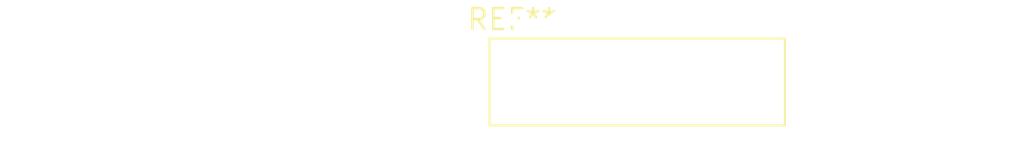
<source format=kicad_pcb>
(kicad_pcb (version 20240108) (generator pcbnew)
  (layers (0 "F.Cu" signal) (31 "B.Cu" signal) (34 "B.Paste" user) (35 "F.Paste" user) (36 "B.SilkS" user "B.Silkscreen") (37 "F.SilkS" user "F.Silkscreen") (38 "B.Mask" user) (39 "F.Mask" user) (44 "Edge.Cuts" user))
  (net 0 "")
  (footprint "Samtec_HLE-107-02-xx-DV-PE-LC_2x07_P2.54mm_Horizontal" (layer "F.Cu") (at 0 0)
    (property "Reference" "REF**")
    (property "Value" "Samtec_HLE-107-02-xx-DV-PE-LC_2x07_P2.54mm_Horizontal")
    (fp_line (start -1.38 1.16) (end 16.62 1.16) (layer "F.SilkS") (stroke (width 0.12)))
    (fp_line (start -1.38 6.46) (end -1.38 1.16) (layer "F.SilkS") (stroke (width 0.12)))
    (fp_line (start 16.62 1.16) (end 16.62 6.46) (layer "F.SilkS") (stroke (width 0.12)))
    (fp_line (start 16.62 6.46) (end -1.38 6.46) (layer "F.SilkS") (stroke (width 0.12)))
    (pad "" np_thru_hole circle (at 0 2.54) (size 1.4 1.4) (drill 1.4) (layers *.Cu *.Mask))
    (pad "" np_thru_hole circle (at 0 5.08) (size 1.4 1.4) (drill 1.4) (layers *.Cu *.Mask))
    (pad "" np_thru_hole circle (at 1.27 3.81) (size 1.19 1.19) (drill 1.19) (layers *.Cu *.Mask))
    (pad "" np_thru_hole circle (at 2.54 2.54) (size 1.4 1.4) (drill 1.4) (layers *.Cu *.Mask))
    (pad "" np_thru_hole circle (at 2.54 5.08) (size 1.4 1.4) (drill 1.4) (layers *.Cu *.Mask))
    (pad "" np_thru_hole circle (at 5.08 2.54) (size 1.4 1.4) (drill 1.4) (layers *.Cu *.Mask))
    (pad "" np_thru_hole circle (at 5.08 5.08) (size 1.4 1.4) (drill 1.4) (layers *.Cu *.Mask))
    (pad "" np_thru_hole circle (at 7.62 2.54) (size 1.4 1.4) (drill 1.4) (layers *.Cu *.Mask))
    (pad "" np_thru_hole circle (at 7.62 5.08) (size 1.4 1.4) (drill 1.4) (layers *.Cu *.Mask))
    (pad "" np_thru_hole circle (at 10.16 2.54) (size 1.4 1.4) (drill 1.4) (layers *.Cu *.Mask))
    (pad "" np_thru_hole circle (at 10.16 5.08) (size 1.4 1.4) (drill 1.4) (layers *.Cu *.Mask))
    (pad "" np_thru_hole circle (at 12.7 2.54) (size 1.4 1.4) (drill 1.4) (layers *.Cu *.Mask))
    (pad "" np_thru_hole circle (at 12.7 5.08) (size 1.4 1.4) (drill 1.4) (layers *.Cu *.Mask))
    (pad "" np_thru_hole circle (at 13.97 3.81) (size 1.19 1.19) (drill 1.19) (layers *.Cu *.Mask))
    (pad "" np_thru_hole circle (at 15.24 2.54) (size 1.4 1.4) (drill 1.4) (layers *.Cu *.Mask))
    (pad "" np_thru_hole circle (at 15.24 5.08) (size 1.4 1.4) (drill 1.4) (layers *.Cu *.Mask))
    (pad "1" thru_hole roundrect (at 0 0) (size 1.31 1.31) (drill 0.71) (layers *.Cu *.Mask) (remove_unused_layers) (roundrect_rratio 0.19084))
    (pad "2" thru_hole circle (at 0 7.62) (size 1.31 1.31) (drill 0.71) (layers *.Cu *.Mask) (remove_unused_layers))
    (pad "3" thru_hole circle (at 2.54 0) (size 1.31 1.31) (drill 0.71) (layers *.Cu *.Mask) (remove_unused_layers))
    (pad "4" thru_hole circle (at 2.54 7.62) (size 1.31 1.31) (drill 0.71) (layers *.Cu *.Mask) (remove_unused_layers))
    (pad "5" thru_hole circle (at 5.08 0) (size 1.31 1.31) (drill 0.71) (layers *.Cu *.Mask) (remove_unused_layers))
    (pad "6" thru_hole circle (at 5.08 7.62) (size 1.31 1.31) (drill 0.71) (layers *.Cu *.Mask) (remove_unused_layers))
    (pad "7" thru_hole circle (at 7.62 0) (size 1.31 1.31) (drill 0.71) (layers *.Cu *.Mask) (remove_unused_layers))
    (pad "8" thru_hole circle (at 7.62 7.62) (size 1.31 1.31) (drill 0.71) (layers *.Cu *.Mask) (remove_unused_layers))
    (pad "9" thru_hole circle (at 10.16 0) (size 1.31 1.31) (drill 0.71) (layers *.Cu *.Mask) (remove_unused_layers))
    (pad "10" thru_hole circle (at 10.16 7.62) (size 1.31 1.31) (drill 0.71) (layers *.Cu *.Mask) (remove_unused_layers))
    (pad "11" thru_hole circle (at 12.7 0) (size 1.31 1.31) (drill 0.71) (layers *.Cu *.Mask) (remove_unused_layers))
    (pad "12" thru_hole circle (at 12.7 7.62) (size 1.31 1.31) (drill 0.71) (layers *.Cu *.Mask) (remove_unused_layers))
    (pad "13" thru_hole circle (at 15.24 0) (size 1.31 1.31) (drill 0.71) (layers *.Cu *.Mask) (remove_unused_layers))
    (pad "14" thru_hole circle (at 15.24 7.62) (size 1.31 1.31) (drill 0.71) (layers *.Cu *.Mask) (remove_unused_layers))
  )
)
</source>
